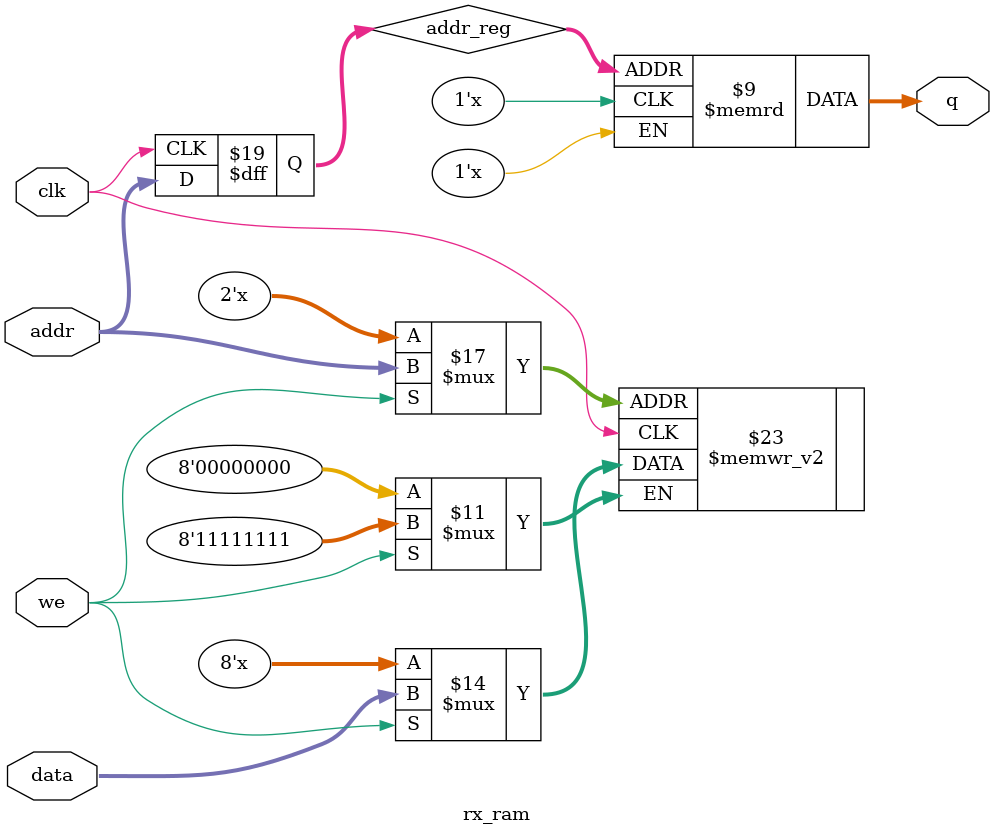
<source format=sv>

module rx_ram #(parameter DATA_WIDTH=8, parameter ADDR_WIDTH=2)(
    // Module ports
    input [(DATA_WIDTH-1):0] data,    // Data input for write operation
    input [(ADDR_WIDTH-1):0] addr,    // Address input for read and write operations
    input we,                        // Write enable input
    input clk,                       // Clock input for synchronous operation
    output reg [(DATA_WIDTH-1):0] q  // Data output for read operation
);

    // Declare the RAM variable
    reg [DATA_WIDTH-1:0] ram [0:2**ADDR_WIDTH-1];

    // Variable to hold the registered read address
    reg [ADDR_WIDTH-1:0] addr_reg;

    // Synchronous process for write and address registration
    always @ (posedge clk) begin
        if (we) // Write operation
            ram[addr] <= data;  // Write data into RAM at specified address

        addr_reg <= addr;  // Register the address on positive edge of clk
    end

    // Assign output q to data read from RAM based on addr_reg
    assign q = ram[addr_reg];

endmodule



</source>
